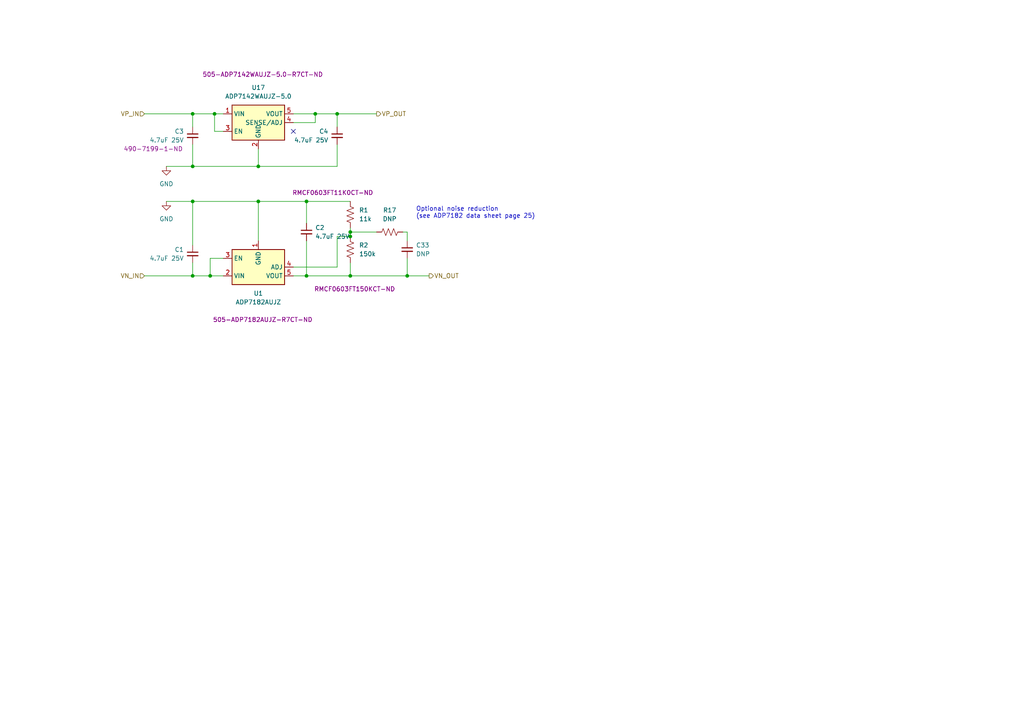
<source format=kicad_sch>
(kicad_sch (version 20230121) (generator eeschema)
  (paper "A4")
  (lib_symbols
    (symbol "Device:C_Small" (pin_numbers hide) (pin_names (offset 0.254) hide)
      (property "Reference" "C" (at 0.254 1.778 0))
      (property "Value" "C_Small" (at 0.254 -2.032 0))
      (symbol "C_Small_0_1"
        (polyline (pts (xy -1.524 -0.508) (xy 1.524 -0.508)) (stroke (width 0.3302)))
        (polyline (pts (xy -1.524 0.508) (xy 1.524 0.508)) (stroke (width 0.3048)))
      )
      (symbol "C_Small_1_1"
        (pin passive line (at 0 2.54 270) (length 2.032) (name "~") (number "1"))
        (pin passive line (at 0 -2.54 90) (length 2.032) (name "~") (number "2"))
      )
    )
    (symbol "Device:R_US" (pin_numbers hide) (pin_names (offset 0))
      (property "Reference" "R" (at 2.54 0 90))
      (property "Value" "R_US" (at -2.54 0 90))
      (symbol "R_US_0_1"
        (polyline (pts (xy 0 -2.286) (xy 0 -2.54)))
        (polyline (pts (xy 0 2.286) (xy 0 2.54)))
        (polyline (pts (xy 0 -0.762) (xy 1.016 -1.143) (xy 0 -1.524) (xy -1.016 -1.905) (xy 0 -2.286)))
        (polyline (pts (xy 0 0.762) (xy 1.016 0.381) (xy 0 0) (xy -1.016 -0.381) (xy 0 -0.762)))
        (polyline (pts (xy 0 2.286) (xy 1.016 1.905) (xy 0 1.524) (xy -1.016 1.143) (xy 0 0.762)))
      )
      (symbol "R_US_1_1"
        (pin passive line (at 0 3.81 270) (length 1.27) (name "~") (number "1"))
        (pin passive line (at 0 -3.81 90) (length 1.27) (name "~") (number "2"))
      )
    )
    (symbol "Regulator_Linear:ADP7142AUJZ"
      (property "Reference" "U" (at 0 8.89 0))
      (property "Value" "ADP7142AUJZ" (at 0 6.35 0))
      (symbol "ADP7142AUJZ_0_1"
        (rectangle (start -7.62 5.08) (end 7.62 -5.08) (stroke (width 0.254)) (fill (type background)))
      )
      (symbol "ADP7142AUJZ_1_1"
        (pin power_in line (at -10.16 2.54 0) (length 2.54) (name "VIN") (number "1"))
        (pin power_in line (at 0 -7.62 90) (length 2.54) (name "GND") (number "2"))
        (pin input line (at -10.16 -2.54 0) (length 2.54) (name "EN") (number "3"))
        (pin input line (at 10.16 0 180) (length 2.54) (name "SENSE/ADJ") (number "4"))
        (pin power_out line (at 10.16 2.54 180) (length 2.54) (name "VOUT") (number "5"))
      )
    )
    (symbol "Regulator_Linear:ADP7182AUJZ"
      (property "Reference" "U" (at 0 -7.62 0))
      (property "Value" "ADP7182AUJZ" (at 0 -6.35 0))
      (symbol "ADP7182AUJZ_0_1"
        (rectangle (start -7.62 5.08) (end 7.62 -5.08) (stroke (width 0.254)) (fill (type background)))
      )
      (symbol "ADP7182AUJZ_1_1"
        (pin power_in line (at 0 7.62 270) (length 2.54) (name "GND") (number "1"))
        (pin power_in line (at -10.16 -2.54 0) (length 2.54) (name "VIN") (number "2"))
        (pin input line (at -10.16 2.54 0) (length 2.54) (name "EN") (number "3"))
        (pin input line (at 10.16 0 180) (length 2.54) (name "ADJ") (number "4"))
        (pin power_out line (at 10.16 -2.54 180) (length 2.54) (name "VOUT") (number "5"))
      )
    )
    (symbol "power:GND" (power) (pin_names (offset 0))
      (property "Value" "GND" (at 0 -3.81 0))
      (symbol "GND_0_1"
        (polyline (pts (xy 0 0) (xy 0 -1.27) (xy 1.27 -1.27) (xy 0 -2.54) (xy -1.27 -1.27) (xy 0 -1.27)))
      )
      (symbol "GND_1_1"
        (pin power_in line (at 0 0 270) (length 0) hide (name "GND") (number "1"))
      )
    )
  )
  (junction (at 74.93 58.42))
  (junction (at 55.88 58.42))
  (junction (at 101.6 68.58))
  (junction (at 55.88 33.02))
  (junction (at 55.88 80.01))
  (junction (at 55.88 48.26))
  (junction (at 101.6 67.31))
  (junction (at 97.79 33.02))
  (junction (at 101.6 80.01))
  (junction (at 60.96 80.01))
  (junction (at 74.93 48.26))
  (junction (at 88.9 58.42))
  (junction (at 62.23 33.02))
  (junction (at 91.44 33.02))
  (junction (at 88.9 80.01))
  (junction (at 118.11 80.01))
  (no_connect (at 85.09 38.1))
  (wire (pts (xy 116.84 67.31) (xy 118.11 67.31)))
  (wire (pts (xy 101.6 80.01) (xy 118.11 80.01)))
  (wire (pts (xy 74.93 48.26) (xy 74.93 43.18)))
  (wire (pts (xy 74.93 58.42) (xy 88.9 58.42)))
  (wire (pts (xy 97.79 77.47) (xy 97.79 68.58)))
  (wire (pts (xy 41.91 80.01) (xy 55.88 80.01)))
  (wire (pts (xy 97.79 48.26) (xy 74.93 48.26)))
  (wire (pts (xy 48.26 58.42) (xy 55.88 58.42)))
  (wire (pts (xy 88.9 69.85) (xy 88.9 80.01)))
  (wire (pts (xy 55.88 33.02) (xy 55.88 36.83)))
  (wire (pts (xy 48.26 48.26) (xy 55.88 48.26)))
  (wire (pts (xy 118.11 67.31) (xy 118.11 69.85)))
  (wire (pts (xy 97.79 68.58) (xy 101.6 68.58)))
  (wire (pts (xy 97.79 33.02) (xy 97.79 36.83)))
  (wire (pts (xy 74.93 58.42) (xy 74.93 69.85)))
  (wire (pts (xy 88.9 58.42) (xy 88.9 64.77)))
  (wire (pts (xy 55.88 41.91) (xy 55.88 48.26)))
  (wire (pts (xy 101.6 76.2) (xy 101.6 80.01)))
  (wire (pts (xy 64.77 33.02) (xy 62.23 33.02)))
  (wire (pts (xy 85.09 33.02) (xy 91.44 33.02)))
  (wire (pts (xy 62.23 38.1) (xy 62.23 33.02)))
  (wire (pts (xy 55.88 71.12) (xy 55.88 58.42)))
  (wire (pts (xy 118.11 74.93) (xy 118.11 80.01)))
  (wire (pts (xy 41.91 33.02) (xy 55.88 33.02)))
  (wire (pts (xy 101.6 67.31) (xy 109.22 67.31)))
  (wire (pts (xy 64.77 38.1) (xy 62.23 38.1)))
  (wire (pts (xy 88.9 80.01) (xy 85.09 80.01)))
  (wire (pts (xy 91.44 35.56) (xy 91.44 33.02)))
  (wire (pts (xy 55.88 58.42) (xy 74.93 58.42)))
  (wire (pts (xy 88.9 58.42) (xy 101.6 58.42)))
  (wire (pts (xy 55.88 76.2) (xy 55.88 80.01)))
  (wire (pts (xy 85.09 35.56) (xy 91.44 35.56)))
  (wire (pts (xy 88.9 80.01) (xy 101.6 80.01)))
  (wire (pts (xy 101.6 66.04) (xy 101.6 67.31)))
  (wire (pts (xy 97.79 33.02) (xy 109.22 33.02)))
  (wire (pts (xy 55.88 80.01) (xy 60.96 80.01)))
  (wire (pts (xy 60.96 80.01) (xy 64.77 80.01)))
  (wire (pts (xy 91.44 33.02) (xy 97.79 33.02)))
  (wire (pts (xy 85.09 77.47) (xy 97.79 77.47)))
  (wire (pts (xy 55.88 48.26) (xy 74.93 48.26)))
  (wire (pts (xy 64.77 74.93) (xy 60.96 74.93)))
  (wire (pts (xy 62.23 33.02) (xy 55.88 33.02)))
  (wire (pts (xy 101.6 67.31) (xy 101.6 68.58)))
  (wire (pts (xy 118.11 80.01) (xy 124.46 80.01)))
  (wire (pts (xy 60.96 74.93) (xy 60.96 80.01)))
  (wire (pts (xy 97.79 41.91) (xy 97.79 48.26)))
  (text "Optional noise reduction\n(see ADP7182 data sheet page 25)" (at 120.65 63.5 0) (effects (font (size 1.27 1.27)) (justify left bottom)))
  (hierarchical_label "VN_OUT" (shape output) (at 124.46 80.01 0))
  (hierarchical_label "VP_OUT" (shape output) (at 109.22 33.02 0))
  (hierarchical_label "VN_IN" (shape input) (at 41.91 80.01 180))
  (hierarchical_label "VP_IN" (shape input) (at 41.91 33.02 180))
  (symbol (lib_id "power:GND") (at 48.26 48.26 0) (unit 1)
    (property "Reference" "#PWR05" (effects hide))
    (property "Value" "GND" (at 48.26 53.34 0))
    (instances (project "readout-splitter" (path "" (reference "#PWR05") (unit 1)) (path "" (reference "#PWR06") (unit 1)) (path "" (reference "#PWR08") (unit 1)) (path "" (reference "#PWR010") (unit 1)) (path "" (reference "#PWR012") (unit 1)) (path "" (reference "#PWR014") (unit 1)) (path "" (reference "#PWR016") (unit 1)) (path "" (reference "#PWR018") (unit 1))))
  )
  (symbol (lib_id "power:GND") (at 48.26 58.42 0) (unit 1)
    (property "Reference" "#PWR04" (effects hide))
    (property "Value" "GND" (at 48.26 63.5 0))
    (instances (project "readout-splitter" (path "" (reference "#PWR04") (unit 1)) (path "" (reference "#PWR07") (unit 1)) (path "" (reference "#PWR09") (unit 1)) (path "" (reference "#PWR011") (unit 1)) (path "" (reference "#PWR013") (unit 1)) (path "" (reference "#PWR015") (unit 1)) (path "" (reference "#PWR017") (unit 1)) (path "" (reference "#PWR019") (unit 1))))
  )
  (symbol (lib_id "Device:C_Small") (at 88.9 67.31 0) (mirror y) (unit 1)
    (property "Reference" "C2" (at 91.44 66.0463 0) (effects (justify right)))
    (property "Value" "4.7uF 25V" (at 91.44 68.5863 0) (effects (justify right)))
    (property "Footprint" "Capacitor_SMD:C_0603_1608Metric" (effects hide))
    (property "CatNo" "490-7199-1-ND" (effects hide))
    (property "MfgNo" "GRM188C81E475KE11D" (effects hide))
    (instances (project "readout-splitter" (path "" (reference "C2") (unit 1)) (path "" (reference "C7") (unit 1)) (path "" (reference "C11") (unit 1)) (path "" (reference "C15") (unit 1)) (path "" (reference "C19") (unit 1)) (path "" (reference "C23") (unit 1)) (path "" (reference "C27") (unit 1)) (path "" (reference "C31") (unit 1))))
  )
  (symbol (lib_id "Regulator_Linear:ADP7182AUJZ") (at 74.93 77.47 0) (unit 1)
    (property "Reference" "U1" (at 74.93 85.09 0))
    (property "Value" "ADP7182AUJZ" (at 74.93 87.63 0))
    (property "Footprint" "Package_TO_SOT_SMD:TSOT-23-5" (effects hide))
    (property "Datasheet" "https://www.analog.com/media/en/technical-documentation/data-sheets/ADP7182.pdf" (effects hide))
    (property "CatNo" "505-ADP7182AUJZ-R7CT-ND" (at 76.2 92.71 0))
    (property "MfgNo" "ADP7182AUJZ-R7" (effects hide))
    (instances (project "readout-splitter" (path "" (reference "U1") (unit 1)) (path "" (reference "U2") (unit 1)) (path "" (reference "U3") (unit 1)) (path "" (reference "U4") (unit 1)) (path "" (reference "U5") (unit 1)) (path "" (reference "U6") (unit 1)) (path "" (reference "U7") (unit 1)) (path "" (reference "U8") (unit 1))))
  )
  (symbol (lib_id "Device:R_US") (at 101.6 62.23 0) (unit 1)
    (property "Reference" "R1" (at 104.14 60.96 0) (effects (justify left)))
    (property "Value" "11k" (at 104.14 63.5 0) (effects (justify left)))
    (property "Footprint" "Resistor_SMD:R_0603_1608Metric" (effects hide))
    (property "CatNo" "RMCF0603FT11K0CT-ND" (at 96.52 55.88 0))
    (property "MfgNo" "RMCF0603FT11K0" (effects hide))
    (instances (project "readout-splitter" (path "" (reference "R1") (unit 1)) (path "" (reference "R3") (unit 1)) (path "" (reference "R5") (unit 1)) (path "" (reference "R7") (unit 1)) (path "" (reference "R9") (unit 1)) (path "" (reference "R11") (unit 1)) (path "" (reference "R13") (unit 1)) (path "" (reference "R15") (unit 1))))
  )
  (symbol (lib_id "Device:C_Small") (at 55.88 73.66 0) (unit 1)
    (property "Reference" "C1" (at 53.34 72.3963 0) (effects (justify right)))
    (property "Value" "4.7uF 25V" (at 53.34 74.9363 0) (effects (justify right)))
    (property "Footprint" "Capacitor_SMD:C_0603_1608Metric" (effects hide))
    (property "CatNo" "490-7199-1-ND" (effects hide))
    (property "MfgNo" "GRM188C81E475KE11D" (effects hide))
    (instances (project "readout-splitter" (path "" (reference "C1") (unit 1)) (path "" (reference "C6") (unit 1)) (path "" (reference "C10") (unit 1)) (path "" (reference "C14") (unit 1)) (path "" (reference "C18") (unit 1)) (path "" (reference "C22") (unit 1)) (path "" (reference "C26") (unit 1)) (path "" (reference "C30") (unit 1))))
  )
  (symbol (lib_id "Regulator_Linear:ADP7142AUJZ") (at 74.93 35.56 0) (unit 1)
    (property "Reference" "U17" (at 74.93 25.4 0))
    (property "Value" "ADP7142WAUJZ-5.0" (at 74.93 27.94 0))
    (property "Footprint" "Package_TO_SOT_SMD:TSOT-23-5" (effects hide))
    (property "Datasheet" "https://www.analog.com/media/en/technical-documentation/data-sheets/ADP7142.pdf" (effects hide))
    (property "CatNo" "505-ADP7142WAUJZ-5.0-R7CT-ND" (at 76.2 21.59 0))
    (property "MfgNo" "ADP7142WAUJZ-5.0-R7" (effects hide))
    (instances (project "readout-splitter" (path "" (reference "U17") (unit 1)) (path "" (reference "U18") (unit 1)) (path "" (reference "U19") (unit 1)) (path "" (reference "U20") (unit 1)) (path "" (reference "U21") (unit 1)) (path "" (reference "U22") (unit 1)) (path "" (reference "U23") (unit 1)) (path "" (reference "U24") (unit 1))))
  )
  (symbol (lib_id "Device:C_Small") (at 118.11 72.39 0) (mirror y) (unit 1)
    (property "Reference" "C33" (at 120.65 71.1263 0) (effects (justify right)))
    (property "Value" "DNP" (at 120.65 73.6663 0) (effects (justify right)))
    (property "Footprint" "Capacitor_SMD:C_0603_1608Metric" (effects hide))
    (instances (project "readout-splitter" (path "" (reference "C33") (unit 1)) (path "" (reference "C34") (unit 1)) (path "" (reference "C35") (unit 1)) (path "" (reference "C36") (unit 1)) (path "" (reference "C37") (unit 1)) (path "" (reference "C38") (unit 1)) (path "" (reference "C39") (unit 1)) (path "" (reference "C40") (unit 1))))
  )
  (symbol (lib_id "Device:R_US") (at 113.03 67.31 90) (unit 1)
    (property "Reference" "R17" (at 113.03 60.96 90))
    (property "Value" "DNP" (at 113.03 63.5 90))
    (property "Footprint" "Resistor_SMD:R_0603_1608Metric" (effects hide))
    (instances (project "readout-splitter" (path "" (reference "R17") (unit 1)) (path "" (reference "R18") (unit 1)) (path "" (reference "R19") (unit 1)) (path "" (reference "R20") (unit 1)) (path "" (reference "R21") (unit 1)) (path "" (reference "R22") (unit 1)) (path "" (reference "R23") (unit 1)) (path "" (reference "R24") (unit 1))))
  )
  (symbol (lib_id "Device:C_Small") (at 55.88 39.37 0) (unit 1)
    (property "Reference" "C3" (at 53.34 38.1063 0) (effects (justify right)))
    (property "Value" "4.7uF 25V" (at 53.34 40.6463 0) (effects (justify right)))
    (property "Footprint" "Capacitor_SMD:C_0603_1608Metric" (effects hide))
    (property "CatNo" "490-7199-1-ND" (at 44.45 43.18 0))
    (property "MfgNo" "GRM188C81E475KE11D" (effects hide))
    (instances (project "readout-splitter" (path "" (reference "C3") (unit 1)) (path "" (reference "C5") (unit 1)) (path "" (reference "C9") (unit 1)) (path "" (reference "C13") (unit 1)) (path "" (reference "C17") (unit 1)) (path "" (reference "C21") (unit 1)) (path "" (reference "C25") (unit 1)) (path "" (reference "C29") (unit 1))))
  )
  (symbol (lib_id "Device:R_US") (at 101.6 72.39 0) (unit 1)
    (property "Reference" "R2" (at 104.14 71.12 0) (effects (justify left)))
    (property "Value" "150k" (at 104.14 73.66 0) (effects (justify left)))
    (property "Footprint" "Resistor_SMD:R_0603_1608Metric" (effects hide))
    (property "CatNo" "RMCF0603FT150KCT-ND" (at 102.87 83.82 0))
    (property "MfgNo" "RMCF0603FT150K" (effects hide))
    (instances (project "readout-splitter" (path "" (reference "R2") (unit 1)) (path "" (reference "R4") (unit 1)) (path "" (reference "R6") (unit 1)) (path "" (reference "R8") (unit 1)) (path "" (reference "R10") (unit 1)) (path "" (reference "R12") (unit 1)) (path "" (reference "R14") (unit 1)) (path "" (reference "R16") (unit 1))))
  )
  (symbol (lib_id "Device:C_Small") (at 97.79 39.37 0) (unit 1)
    (property "Reference" "C4" (at 95.25 38.1063 0) (effects (justify right)))
    (property "Value" "4.7uF 25V" (at 95.25 40.6463 0) (effects (justify right)))
    (property "Footprint" "Capacitor_SMD:C_0603_1608Metric" (effects hide))
    (property "CatNo" "490-7199-1-ND" (effects hide))
    (property "MfgNo" "GRM188C81E475KE11D" (effects hide))
    (instances (project "readout-splitter" (path "" (reference "C4") (unit 1)) (path "" (reference "C8") (unit 1)) (path "" (reference "C12") (unit 1)) (path "" (reference "C16") (unit 1)) (path "" (reference "C20") (unit 1)) (path "" (reference "C24") (unit 1)) (path "" (reference "C28") (unit 1)) (path "" (reference "C32") (unit 1))))
  )
)
</source>
